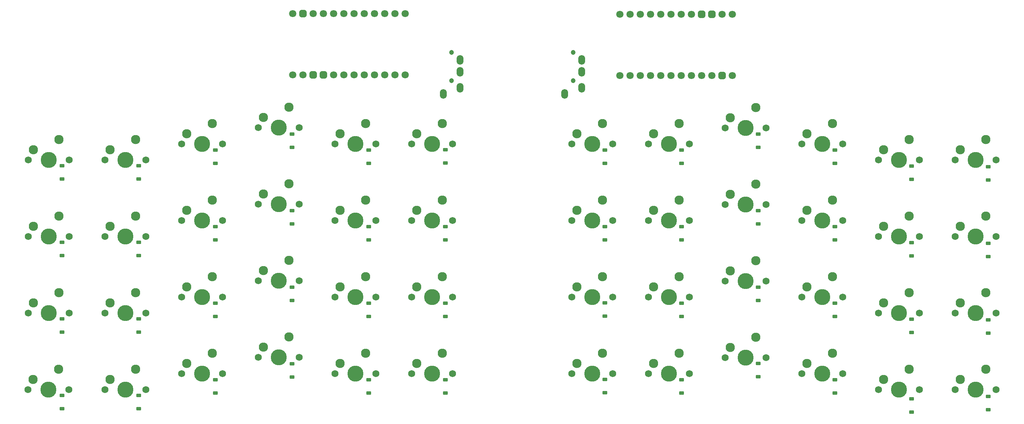
<source format=gbr>
%TF.GenerationSoftware,KiCad,Pcbnew,8.0.2*%
%TF.CreationDate,2024-05-01T20:17:27+07:00*%
%TF.ProjectId,apiratchai_split,61706972-6174-4636-9861-695f73706c69,rev?*%
%TF.SameCoordinates,Original*%
%TF.FileFunction,Soldermask,Bot*%
%TF.FilePolarity,Negative*%
%FSLAX46Y46*%
G04 Gerber Fmt 4.6, Leading zero omitted, Abs format (unit mm)*
G04 Created by KiCad (PCBNEW 8.0.2) date 2024-05-01 20:17:27*
%MOMM*%
%LPD*%
G01*
G04 APERTURE LIST*
G04 Aperture macros list*
%AMRoundRect*
0 Rectangle with rounded corners*
0 $1 Rounding radius*
0 $2 $3 $4 $5 $6 $7 $8 $9 X,Y pos of 4 corners*
0 Add a 4 corners polygon primitive as box body*
4,1,4,$2,$3,$4,$5,$6,$7,$8,$9,$2,$3,0*
0 Add four circle primitives for the rounded corners*
1,1,$1+$1,$2,$3*
1,1,$1+$1,$4,$5*
1,1,$1+$1,$6,$7*
1,1,$1+$1,$8,$9*
0 Add four rect primitives between the rounded corners*
20,1,$1+$1,$2,$3,$4,$5,0*
20,1,$1+$1,$4,$5,$6,$7,0*
20,1,$1+$1,$6,$7,$8,$9,0*
20,1,$1+$1,$8,$9,$2,$3,0*%
G04 Aperture macros list end*
%ADD10C,1.750000*%
%ADD11C,3.987800*%
%ADD12C,2.300000*%
%ADD13C,1.200000*%
%ADD14O,1.700000X2.400000*%
%ADD15C,1.800000*%
%ADD16RoundRect,0.450000X0.450000X-0.450000X0.450000X0.450000X-0.450000X0.450000X-0.450000X-0.450000X0*%
%ADD17RoundRect,0.450000X-0.450000X0.450000X-0.450000X-0.450000X0.450000X-0.450000X0.450000X0.450000X0*%
%ADD18RoundRect,0.225000X0.375000X-0.225000X0.375000X0.225000X-0.375000X0.225000X-0.375000X-0.225000X0*%
G04 APERTURE END LIST*
D10*
%TO.C,MX43*%
X157638750Y-123537500D03*
D11*
X162718750Y-123537500D03*
D10*
X167798750Y-123537500D03*
D12*
X158908750Y-120997500D03*
X165258750Y-118457500D03*
%TD*%
D10*
%TO.C,MX26*%
X176688750Y-66387500D03*
D11*
X181768750Y-66387500D03*
D10*
X186848750Y-66387500D03*
D12*
X177958750Y-63847500D03*
X184308750Y-61307500D03*
%TD*%
D10*
%TO.C,MX7*%
X22601250Y-89406250D03*
D11*
X27681250Y-89406250D03*
D10*
X32761250Y-89406250D03*
D12*
X23871250Y-86866250D03*
X30221250Y-84326250D03*
%TD*%
D13*
%TO.C,J3*%
X157956250Y-43656250D03*
X157956250Y-50656250D03*
D14*
X160056250Y-52456250D03*
X160056250Y-48456250D03*
X160056250Y-45456250D03*
X155856250Y-53956250D03*
%TD*%
D10*
%TO.C,MX31*%
X157638750Y-85437500D03*
D11*
X162718750Y-85437500D03*
D10*
X167798750Y-85437500D03*
D12*
X158908750Y-82897500D03*
X165258750Y-80357500D03*
%TD*%
D10*
%TO.C,MX21*%
X60701250Y-123537500D03*
D11*
X65781250Y-123537500D03*
D10*
X70861250Y-123537500D03*
D12*
X61971250Y-120997500D03*
X68321250Y-118457500D03*
%TD*%
D10*
%TO.C,MX18*%
X117851250Y-104487500D03*
D11*
X122931250Y-104487500D03*
D10*
X128011250Y-104487500D03*
D12*
X119121250Y-101947500D03*
X125471250Y-99407500D03*
%TD*%
D10*
%TO.C,MX24*%
X117851250Y-123537500D03*
D11*
X122931250Y-123537500D03*
D10*
X128011250Y-123537500D03*
D12*
X119121250Y-120997500D03*
X125471250Y-118457500D03*
%TD*%
D13*
%TO.C,J2*%
X127793750Y-43656250D03*
X127793750Y-50656250D03*
D14*
X129893750Y-52456250D03*
X129893750Y-48456250D03*
X129893750Y-45456250D03*
X125693750Y-53956250D03*
%TD*%
D10*
%TO.C,MX47*%
X233838750Y-127506250D03*
D11*
X238918750Y-127506250D03*
D10*
X243998750Y-127506250D03*
D12*
X235108750Y-124966250D03*
X241458750Y-122426250D03*
%TD*%
D10*
%TO.C,MX27*%
X195738750Y-62418750D03*
D11*
X200818750Y-62418750D03*
D10*
X205898750Y-62418750D03*
D12*
X197008750Y-59878750D03*
X203358750Y-57338750D03*
%TD*%
D10*
%TO.C,MX44*%
X176688750Y-123537500D03*
D11*
X181768750Y-123537500D03*
D10*
X186848750Y-123537500D03*
D12*
X177958750Y-120997500D03*
X184308750Y-118457500D03*
%TD*%
D10*
%TO.C,MX8*%
X41651250Y-89406250D03*
D11*
X46731250Y-89406250D03*
D10*
X51811250Y-89406250D03*
D12*
X42921250Y-86866250D03*
X49271250Y-84326250D03*
%TD*%
D10*
%TO.C,MX39*%
X195738750Y-100518750D03*
D11*
X200818750Y-100518750D03*
D10*
X205898750Y-100518750D03*
D12*
X197008750Y-97978750D03*
X203358750Y-95438750D03*
%TD*%
D15*
%TO.C,J1*%
X88265000Y-49212500D03*
X90805000Y-49212500D03*
D16*
X93345000Y-49212500D03*
X95885000Y-49212500D03*
D15*
X98425000Y-49212500D03*
X100965000Y-49212500D03*
X103505000Y-49212500D03*
X106045000Y-49212500D03*
X108585000Y-49212500D03*
X111125000Y-49212500D03*
X113665000Y-49212500D03*
X116205000Y-49212500D03*
X88265000Y-33972500D03*
D16*
X90805000Y-33972500D03*
D15*
X93345000Y-33972500D03*
X95885000Y-33972500D03*
X98425000Y-33972500D03*
X100965000Y-33972500D03*
X103505000Y-33972500D03*
X106045000Y-33972500D03*
X108585000Y-33972500D03*
X111125000Y-33972500D03*
X113665000Y-33972500D03*
X116205000Y-33972500D03*
%TD*%
D10*
%TO.C,MX1*%
X22601250Y-70356250D03*
D11*
X27681250Y-70356250D03*
D10*
X32761250Y-70356250D03*
D12*
X23871250Y-67816250D03*
X30221250Y-65276250D03*
%TD*%
D10*
%TO.C,MX15*%
X60701250Y-104487500D03*
D11*
X65781250Y-104487500D03*
D10*
X70861250Y-104487500D03*
D12*
X61971250Y-101947500D03*
X68321250Y-99407500D03*
%TD*%
D10*
%TO.C,MX25*%
X157638750Y-66387500D03*
D11*
X162718750Y-66387500D03*
D10*
X167798750Y-66387500D03*
D12*
X158908750Y-63847500D03*
X165258750Y-61307500D03*
%TD*%
D10*
%TO.C,MX37*%
X157638750Y-104487500D03*
D11*
X162718750Y-104487500D03*
D10*
X167798750Y-104487500D03*
D12*
X158908750Y-101947500D03*
X165258750Y-99407500D03*
%TD*%
D15*
%TO.C,J4*%
X197485000Y-34131250D03*
X194945000Y-34131250D03*
D17*
X192405000Y-34131250D03*
X189865000Y-34131250D03*
D15*
X187325000Y-34131250D03*
X184785000Y-34131250D03*
X182245000Y-34131250D03*
X179705000Y-34131250D03*
X177165000Y-34131250D03*
X174625000Y-34131250D03*
X172085000Y-34131250D03*
X169545000Y-34131250D03*
X197485000Y-49371250D03*
D17*
X194945000Y-49371250D03*
D15*
X192405000Y-49371250D03*
X189865000Y-49371250D03*
X187325000Y-49371250D03*
X184785000Y-49371250D03*
X182245000Y-49371250D03*
X179705000Y-49371250D03*
X177165000Y-49371250D03*
X174625000Y-49371250D03*
X172085000Y-49371250D03*
X169545000Y-49371250D03*
%TD*%
D10*
%TO.C,MX45*%
X195738750Y-119568750D03*
D11*
X200818750Y-119568750D03*
D10*
X205898750Y-119568750D03*
D12*
X197008750Y-117028750D03*
X203358750Y-114488750D03*
%TD*%
D10*
%TO.C,MX3*%
X60701250Y-66387500D03*
D11*
X65781250Y-66387500D03*
D10*
X70861250Y-66387500D03*
D12*
X61971250Y-63847500D03*
X68321250Y-61307500D03*
%TD*%
D10*
%TO.C,MX46*%
X214770000Y-123543750D03*
D11*
X219850000Y-123543750D03*
D10*
X224930000Y-123543750D03*
D12*
X216040000Y-121003750D03*
X222390000Y-118463750D03*
%TD*%
D10*
%TO.C,MX41*%
X233838750Y-108456250D03*
D11*
X238918750Y-108456250D03*
D10*
X243998750Y-108456250D03*
D12*
X235108750Y-105916250D03*
X241458750Y-103376250D03*
%TD*%
D10*
%TO.C,MX20*%
X41651250Y-127506250D03*
D11*
X46731250Y-127506250D03*
D10*
X51811250Y-127506250D03*
D12*
X42921250Y-124966250D03*
X49271250Y-122426250D03*
%TD*%
D10*
%TO.C,MX22*%
X79751250Y-119506250D03*
D11*
X84831250Y-119506250D03*
D10*
X89911250Y-119506250D03*
D12*
X81021250Y-116966250D03*
X87371250Y-114426250D03*
%TD*%
D10*
%TO.C,MX33*%
X195738750Y-81468750D03*
D11*
X200818750Y-81468750D03*
D10*
X205898750Y-81468750D03*
D12*
X197008750Y-78928750D03*
X203358750Y-76388750D03*
%TD*%
D10*
%TO.C,MX17*%
X98801250Y-104487500D03*
D11*
X103881250Y-104487500D03*
D10*
X108961250Y-104487500D03*
D12*
X100071250Y-101947500D03*
X106421250Y-99407500D03*
%TD*%
D10*
%TO.C,MX5*%
X98801250Y-66387500D03*
D11*
X103881250Y-66387500D03*
D10*
X108961250Y-66387500D03*
D12*
X100071250Y-63847500D03*
X106421250Y-61307500D03*
%TD*%
D10*
%TO.C,MX9*%
X60701250Y-85437500D03*
D11*
X65781250Y-85437500D03*
D10*
X70861250Y-85437500D03*
D12*
X61971250Y-82897500D03*
X68321250Y-80357500D03*
%TD*%
D10*
%TO.C,MX34*%
X214788750Y-85437500D03*
D11*
X219868750Y-85437500D03*
D10*
X224948750Y-85437500D03*
D12*
X216058750Y-82897500D03*
X222408750Y-80357500D03*
%TD*%
D10*
%TO.C,MX32*%
X176688750Y-85437500D03*
D11*
X181768750Y-85437500D03*
D10*
X186848750Y-85437500D03*
D12*
X177958750Y-82897500D03*
X184308750Y-80357500D03*
%TD*%
D10*
%TO.C,MX48*%
X252888750Y-127506250D03*
D11*
X257968750Y-127506250D03*
D10*
X263048750Y-127506250D03*
D12*
X254158750Y-124966250D03*
X260508750Y-122426250D03*
%TD*%
D10*
%TO.C,MX40*%
X214788750Y-104487500D03*
D11*
X219868750Y-104487500D03*
D10*
X224948750Y-104487500D03*
D12*
X216058750Y-101947500D03*
X222408750Y-99407500D03*
%TD*%
D10*
%TO.C,MX11*%
X98801250Y-85437500D03*
D11*
X103881250Y-85437500D03*
D10*
X108961250Y-85437500D03*
D12*
X100071250Y-82897500D03*
X106421250Y-80357500D03*
%TD*%
D10*
%TO.C,MX23*%
X98801250Y-123537500D03*
D11*
X103881250Y-123537500D03*
D10*
X108961250Y-123537500D03*
D12*
X100071250Y-120997500D03*
X106421250Y-118457500D03*
%TD*%
D10*
%TO.C,MX14*%
X41651250Y-108456250D03*
D11*
X46731250Y-108456250D03*
D10*
X51811250Y-108456250D03*
D12*
X42921250Y-105916250D03*
X49271250Y-103376250D03*
%TD*%
D10*
%TO.C,MX19*%
X22502500Y-127506250D03*
D11*
X27582500Y-127506250D03*
D10*
X32662500Y-127506250D03*
D12*
X23772500Y-124966250D03*
X30122500Y-122426250D03*
%TD*%
D10*
%TO.C,MX12*%
X117851250Y-85437500D03*
D11*
X122931250Y-85437500D03*
D10*
X128011250Y-85437500D03*
D12*
X119121250Y-82897500D03*
X125471250Y-80357500D03*
%TD*%
D10*
%TO.C,MX30*%
X252888750Y-70356250D03*
D11*
X257968750Y-70356250D03*
D10*
X263048750Y-70356250D03*
D12*
X254158750Y-67816250D03*
X260508750Y-65276250D03*
%TD*%
D10*
%TO.C,MX10*%
X79751250Y-81406250D03*
D11*
X84831250Y-81406250D03*
D10*
X89911250Y-81406250D03*
D12*
X81021250Y-78866250D03*
X87371250Y-76326250D03*
%TD*%
D10*
%TO.C,MX2*%
X41651250Y-70356250D03*
D11*
X46731250Y-70356250D03*
D10*
X51811250Y-70356250D03*
D12*
X42921250Y-67816250D03*
X49271250Y-65276250D03*
%TD*%
D10*
%TO.C,MX42*%
X252888750Y-108456250D03*
D11*
X257968750Y-108456250D03*
D10*
X263048750Y-108456250D03*
D12*
X254158750Y-105916250D03*
X260508750Y-103376250D03*
%TD*%
D10*
%TO.C,MX16*%
X79751250Y-100456250D03*
D11*
X84831250Y-100456250D03*
D10*
X89911250Y-100456250D03*
D12*
X81021250Y-97916250D03*
X87371250Y-95376250D03*
%TD*%
D10*
%TO.C,MX29*%
X233838750Y-70356250D03*
D11*
X238918750Y-70356250D03*
D10*
X243998750Y-70356250D03*
D12*
X235108750Y-67816250D03*
X241458750Y-65276250D03*
%TD*%
D10*
%TO.C,MX28*%
X214788750Y-66387500D03*
D11*
X219868750Y-66387500D03*
D10*
X224948750Y-66387500D03*
D12*
X216058750Y-63847500D03*
X222408750Y-61307500D03*
%TD*%
D10*
%TO.C,MX36*%
X252888750Y-89406250D03*
D11*
X257968750Y-89406250D03*
D10*
X263048750Y-89406250D03*
D12*
X254158750Y-86866250D03*
X260508750Y-84326250D03*
%TD*%
D10*
%TO.C,MX13*%
X22601250Y-108456250D03*
D11*
X27681250Y-108456250D03*
D10*
X32761250Y-108456250D03*
D12*
X23871250Y-105916250D03*
X30221250Y-103376250D03*
%TD*%
D10*
%TO.C,MX4*%
X79751250Y-62356250D03*
D11*
X84831250Y-62356250D03*
D10*
X89911250Y-62356250D03*
D12*
X81021250Y-59816250D03*
X87371250Y-57276250D03*
%TD*%
D10*
%TO.C,MX38*%
X176688750Y-104487500D03*
D11*
X181768750Y-104487500D03*
D10*
X186848750Y-104487500D03*
D12*
X177958750Y-101947500D03*
X184308750Y-99407500D03*
%TD*%
D10*
%TO.C,MX35*%
X233838750Y-89406250D03*
D11*
X238918750Y-89406250D03*
D10*
X243998750Y-89406250D03*
D12*
X235108750Y-86866250D03*
X241458750Y-84326250D03*
%TD*%
D10*
%TO.C,MX6*%
X117851250Y-66387500D03*
D11*
X122931250Y-66387500D03*
D10*
X128011250Y-66387500D03*
D12*
X119121250Y-63847500D03*
X125471250Y-61307500D03*
%TD*%
D18*
%TO.C,D16*%
X88106250Y-105343750D03*
X88106250Y-102043750D03*
%TD*%
%TO.C,D12*%
X126206250Y-90262500D03*
X126206250Y-86962500D03*
%TD*%
%TO.C,D26*%
X184943750Y-71212500D03*
X184943750Y-67912500D03*
%TD*%
%TO.C,D17*%
X107156250Y-109312500D03*
X107156250Y-106012500D03*
%TD*%
%TO.C,D10*%
X88106250Y-86293750D03*
X88106250Y-82993750D03*
%TD*%
%TO.C,D44*%
X184943750Y-128362500D03*
X184943750Y-125062500D03*
%TD*%
%TO.C,D37*%
X165893750Y-109250000D03*
X165893750Y-105950000D03*
%TD*%
%TO.C,D34*%
X223043750Y-90262500D03*
X223043750Y-86962500D03*
%TD*%
%TO.C,D13*%
X30956250Y-113218750D03*
X30956250Y-109918750D03*
%TD*%
%TO.C,D8*%
X50006250Y-94168750D03*
X50006250Y-90868750D03*
%TD*%
%TO.C,D23*%
X107156250Y-128362500D03*
X107156250Y-125062500D03*
%TD*%
%TO.C,D24*%
X126206250Y-128362500D03*
X126206250Y-125062500D03*
%TD*%
%TO.C,D32*%
X184943750Y-90262500D03*
X184943750Y-86962500D03*
%TD*%
%TO.C,D14*%
X50006250Y-113218750D03*
X50006250Y-109918750D03*
%TD*%
%TO.C,D28*%
X223043750Y-71212500D03*
X223043750Y-67912500D03*
%TD*%
%TO.C,D4*%
X88106250Y-67243750D03*
X88106250Y-63943750D03*
%TD*%
%TO.C,D43*%
X165893750Y-128300000D03*
X165893750Y-125000000D03*
%TD*%
%TO.C,D38*%
X184943750Y-109312500D03*
X184943750Y-106012500D03*
%TD*%
%TO.C,D2*%
X50006250Y-75118750D03*
X50006250Y-71818750D03*
%TD*%
%TO.C,D41*%
X242093750Y-113281250D03*
X242093750Y-109981250D03*
%TD*%
%TO.C,D21*%
X69056250Y-128362500D03*
X69056250Y-125062500D03*
%TD*%
%TO.C,D6*%
X126206250Y-71150000D03*
X126206250Y-67850000D03*
%TD*%
%TO.C,D47*%
X242093750Y-133125000D03*
X242093750Y-129825000D03*
%TD*%
%TO.C,D33*%
X203993750Y-86293750D03*
X203993750Y-82993750D03*
%TD*%
%TO.C,D48*%
X261143750Y-132556250D03*
X261143750Y-129256250D03*
%TD*%
%TO.C,D36*%
X261143750Y-94456250D03*
X261143750Y-91156250D03*
%TD*%
%TO.C,D7*%
X30956250Y-94168750D03*
X30956250Y-90868750D03*
%TD*%
%TO.C,D3*%
X69056250Y-71212500D03*
X69056250Y-67912500D03*
%TD*%
%TO.C,D22*%
X88106250Y-124393750D03*
X88106250Y-121093750D03*
%TD*%
%TO.C,D20*%
X50006250Y-132268750D03*
X50006250Y-128968750D03*
%TD*%
%TO.C,D27*%
X203993750Y-67243750D03*
X203993750Y-63943750D03*
%TD*%
%TO.C,D30*%
X261143750Y-75406250D03*
X261143750Y-72106250D03*
%TD*%
%TO.C,D45*%
X203993750Y-124331250D03*
X203993750Y-121031250D03*
%TD*%
%TO.C,D39*%
X203993750Y-105343750D03*
X203993750Y-102043750D03*
%TD*%
%TO.C,D5*%
X107156250Y-71212500D03*
X107156250Y-67912500D03*
%TD*%
%TO.C,D42*%
X261143750Y-113506250D03*
X261143750Y-110206250D03*
%TD*%
%TO.C,D35*%
X242093750Y-94231250D03*
X242093750Y-90931250D03*
%TD*%
%TO.C,D15*%
X69056250Y-109312500D03*
X69056250Y-106012500D03*
%TD*%
%TO.C,D46*%
X223043750Y-128362500D03*
X223043750Y-125062500D03*
%TD*%
%TO.C,D31*%
X165893750Y-90262500D03*
X165893750Y-86962500D03*
%TD*%
%TO.C,D19*%
X30956250Y-132268750D03*
X30956250Y-128968750D03*
%TD*%
%TO.C,D1*%
X30956250Y-75118750D03*
X30956250Y-71818750D03*
%TD*%
%TO.C,D9*%
X69056250Y-90262500D03*
X69056250Y-86962500D03*
%TD*%
%TO.C,D18*%
X126206250Y-109312500D03*
X126206250Y-106012500D03*
%TD*%
%TO.C,D25*%
X165893750Y-71212500D03*
X165893750Y-67912500D03*
%TD*%
%TO.C,D40*%
X223043750Y-109312500D03*
X223043750Y-106012500D03*
%TD*%
%TO.C,D11*%
X107156250Y-90262500D03*
X107156250Y-86962500D03*
%TD*%
%TO.C,D29*%
X242093750Y-75243750D03*
X242093750Y-71943750D03*
%TD*%
M02*

</source>
